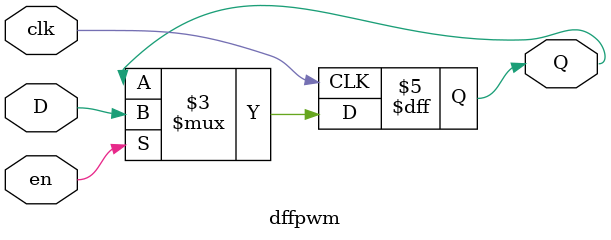
<source format=v>
module top (
    input CLK,    // 16MHz clock
    output PIN_13,   // User/boot LED next to power LED
    input PIN_12  // USB pull-up resistor
);
    wire clk_enable;
    reg[27:0] counter=0;
    wire tmp1, tmp2, inc;
    reg[3:0] counterPWM = 0;
    reg[3:0] dutycycle = 5; //50% duty cycle
    always @(posedge CLK)
    begin
      counter <= counter+1;
      if(counter>=1)
        counter <=0;
      end
      assign clk_enable = counter == 1 ?1:0;
      dffpwm dff1(CLK, clk_enable, PIN_12, tmp1);
      dffpwm dff2(CLK, clk_enable, tmp1, tmp2);
      assign inc = tmp1 & (~tmp2) & clk_enable;
      always @(posedge CLK)
      begin
        if (inc ==1 && dutycycle <=9)
          dutycycle <= dutycycle + 1;
        else
          dutycycle = 5;
      end
      always @(posedge CLK)
      begin
        counterPWM <= counterPWM + 1;
        if (counterPWM>=9)
          counterPWM <= 0;
      end
      assign PIN_13 = counterPWM < dutycycle ? 1:0;

endmodule

module dffpwm (
  input clk,
  input en,
  input D,
  output reg Q
  );
  always @(posedge clk)
  begin
    if (en==1)
      Q <= D;
  end
endmodule

</source>
